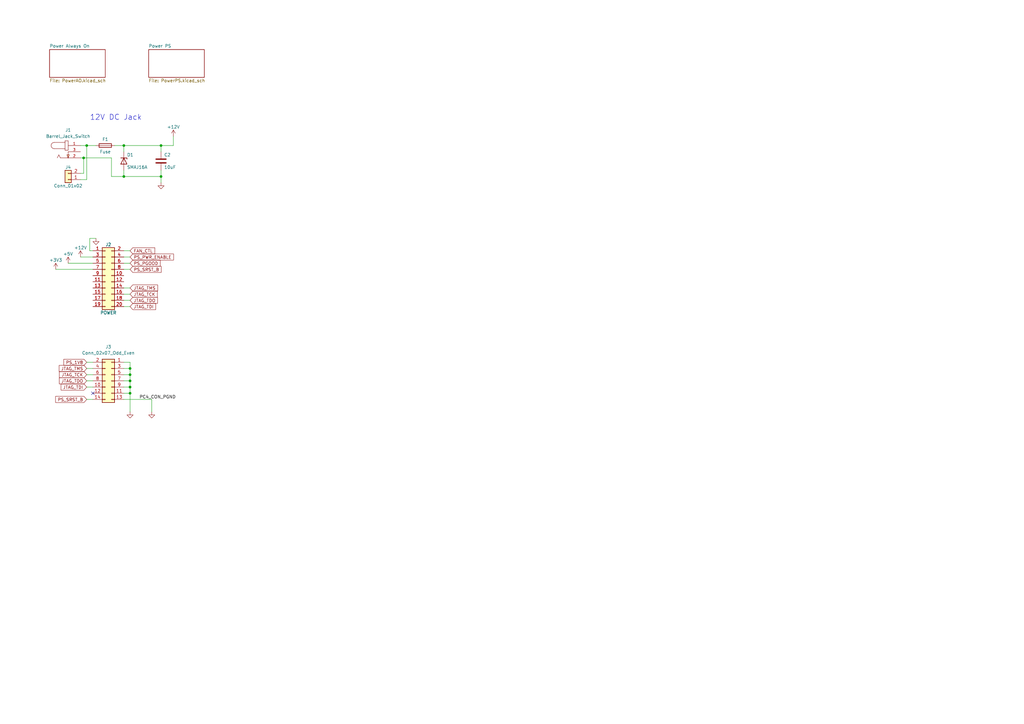
<source format=kicad_sch>
(kicad_sch (version 20211123) (generator eeschema)
  (paper "A3")
  (lib_symbols
    (symbol "Connector_Generic:Conn_01x02" (pin_names (offset 1.016) hide)
      (property "Reference" "J" (at 0 2.54 0))
      (property "Value" "Conn_01x02" (at 0 -5.08 0))
      (symbol "Conn_01x02_1_1"
        (rectangle (start -1.27 -2.413) (end 0 -2.667) (stroke (width 0.1524)))
        (rectangle (start -1.27 0.127) (end 0 -0.127) (stroke (width 0.1524)))
        (rectangle (start -1.27 1.27) (end 1.27 -3.81) (stroke (width 0.254)) (fill (type background)))
        (pin passive line (at -5.08 0 0) (length 3.81) (name "Pin_1") (number "1"))
        (pin passive line (at -5.08 -2.54 0) (length 3.81) (name "Pin_2") (number "2"))
      )
    )
    (symbol "Connector_Generic:Conn_02x07_Odd_Even" (pin_names (offset 1.016) hide)
      (property "Reference" "J" (at 1.27 10.16 0))
      (property "Value" "Conn_02x07_Odd_Even" (at 1.27 -10.16 0))
      (symbol "Conn_02x07_Odd_Even_1_1"
        (rectangle (start -1.27 -7.493) (end 0 -7.747) (stroke (width 0.1524)))
        (rectangle (start -1.27 -4.953) (end 0 -5.207) (stroke (width 0.1524)))
        (rectangle (start -1.27 -2.413) (end 0 -2.667) (stroke (width 0.1524)))
        (rectangle (start -1.27 0.127) (end 0 -0.127) (stroke (width 0.1524)))
        (rectangle (start -1.27 2.667) (end 0 2.413) (stroke (width 0.1524)))
        (rectangle (start -1.27 5.207) (end 0 4.953) (stroke (width 0.1524)))
        (rectangle (start -1.27 7.747) (end 0 7.493) (stroke (width 0.1524)))
        (rectangle (start -1.27 8.89) (end 3.81 -8.89) (stroke (width 0.254)) (fill (type background)))
        (rectangle (start 3.81 -7.493) (end 2.54 -7.747) (stroke (width 0.1524)))
        (rectangle (start 3.81 -4.953) (end 2.54 -5.207) (stroke (width 0.1524)))
        (rectangle (start 3.81 -2.413) (end 2.54 -2.667) (stroke (width 0.1524)))
        (rectangle (start 3.81 0.127) (end 2.54 -0.127) (stroke (width 0.1524)))
        (rectangle (start 3.81 2.667) (end 2.54 2.413) (stroke (width 0.1524)))
        (rectangle (start 3.81 5.207) (end 2.54 4.953) (stroke (width 0.1524)))
        (rectangle (start 3.81 7.747) (end 2.54 7.493) (stroke (width 0.1524)))
        (pin passive line (at -5.08 7.62 0) (length 3.81) (name "Pin_1") (number "1"))
        (pin passive line (at 7.62 -2.54 180) (length 3.81) (name "Pin_10") (number "10"))
        (pin passive line (at -5.08 -5.08 0) (length 3.81) (name "Pin_11") (number "11"))
        (pin passive line (at 7.62 -5.08 180) (length 3.81) (name "Pin_12") (number "12"))
        (pin passive line (at -5.08 -7.62 0) (length 3.81) (name "Pin_13") (number "13"))
        (pin passive line (at 7.62 -7.62 180) (length 3.81) (name "Pin_14") (number "14"))
        (pin passive line (at 7.62 7.62 180) (length 3.81) (name "Pin_2") (number "2"))
        (pin passive line (at -5.08 5.08 0) (length 3.81) (name "Pin_3") (number "3"))
        (pin passive line (at 7.62 5.08 180) (length 3.81) (name "Pin_4") (number "4"))
        (pin passive line (at -5.08 2.54 0) (length 3.81) (name "Pin_5") (number "5"))
        (pin passive line (at 7.62 2.54 180) (length 3.81) (name "Pin_6") (number "6"))
        (pin passive line (at -5.08 0 0) (length 3.81) (name "Pin_7") (number "7"))
        (pin passive line (at 7.62 0 180) (length 3.81) (name "Pin_8") (number "8"))
        (pin passive line (at -5.08 -2.54 0) (length 3.81) (name "Pin_9") (number "9"))
      )
    )
    (symbol "Connector_Generic:Conn_02x10_Odd_Even" (pin_names (offset 1.016) hide)
      (property "Reference" "J" (at 1.27 12.7 0))
      (property "Value" "Conn_02x10_Odd_Even" (at 1.27 -15.24 0))
      (symbol "Conn_02x10_Odd_Even_1_1"
        (rectangle (start -1.27 -12.573) (end 0 -12.827) (stroke (width 0.1524)))
        (rectangle (start -1.27 -10.033) (end 0 -10.287) (stroke (width 0.1524)))
        (rectangle (start -1.27 -7.493) (end 0 -7.747) (stroke (width 0.1524)))
        (rectangle (start -1.27 -4.953) (end 0 -5.207) (stroke (width 0.1524)))
        (rectangle (start -1.27 -2.413) (end 0 -2.667) (stroke (width 0.1524)))
        (rectangle (start -1.27 0.127) (end 0 -0.127) (stroke (width 0.1524)))
        (rectangle (start -1.27 2.667) (end 0 2.413) (stroke (width 0.1524)))
        (rectangle (start -1.27 5.207) (end 0 4.953) (stroke (width 0.1524)))
        (rectangle (start -1.27 7.747) (end 0 7.493) (stroke (width 0.1524)))
        (rectangle (start -1.27 10.287) (end 0 10.033) (stroke (width 0.1524)))
        (rectangle (start -1.27 11.43) (end 3.81 -13.97) (stroke (width 0.254)) (fill (type background)))
        (rectangle (start 3.81 -12.573) (end 2.54 -12.827) (stroke (width 0.1524)))
        (rectangle (start 3.81 -10.033) (end 2.54 -10.287) (stroke (width 0.1524)))
        (rectangle (start 3.81 -7.493) (end 2.54 -7.747) (stroke (width 0.1524)))
        (rectangle (start 3.81 -4.953) (end 2.54 -5.207) (stroke (width 0.1524)))
        (rectangle (start 3.81 -2.413) (end 2.54 -2.667) (stroke (width 0.1524)))
        (rectangle (start 3.81 0.127) (end 2.54 -0.127) (stroke (width 0.1524)))
        (rectangle (start 3.81 2.667) (end 2.54 2.413) (stroke (width 0.1524)))
        (rectangle (start 3.81 5.207) (end 2.54 4.953) (stroke (width 0.1524)))
        (rectangle (start 3.81 7.747) (end 2.54 7.493) (stroke (width 0.1524)))
        (rectangle (start 3.81 10.287) (end 2.54 10.033) (stroke (width 0.1524)))
        (pin passive line (at -5.08 10.16 0) (length 3.81) (name "Pin_1") (number "1"))
        (pin passive line (at 7.62 0 180) (length 3.81) (name "Pin_10") (number "10"))
        (pin passive line (at -5.08 -2.54 0) (length 3.81) (name "Pin_11") (number "11"))
        (pin passive line (at 7.62 -2.54 180) (length 3.81) (name "Pin_12") (number "12"))
        (pin passive line (at -5.08 -5.08 0) (length 3.81) (name "Pin_13") (number "13"))
        (pin passive line (at 7.62 -5.08 180) (length 3.81) (name "Pin_14") (number "14"))
        (pin passive line (at -5.08 -7.62 0) (length 3.81) (name "Pin_15") (number "15"))
        (pin passive line (at 7.62 -7.62 180) (length 3.81) (name "Pin_16") (number "16"))
        (pin passive line (at -5.08 -10.16 0) (length 3.81) (name "Pin_17") (number "17"))
        (pin passive line (at 7.62 -10.16 180) (length 3.81) (name "Pin_18") (number "18"))
        (pin passive line (at -5.08 -12.7 0) (length 3.81) (name "Pin_19") (number "19"))
        (pin passive line (at 7.62 10.16 180) (length 3.81) (name "Pin_2") (number "2"))
        (pin passive line (at 7.62 -12.7 180) (length 3.81) (name "Pin_20") (number "20"))
        (pin passive line (at -5.08 7.62 0) (length 3.81) (name "Pin_3") (number "3"))
        (pin passive line (at 7.62 7.62 180) (length 3.81) (name "Pin_4") (number "4"))
        (pin passive line (at -5.08 5.08 0) (length 3.81) (name "Pin_5") (number "5"))
        (pin passive line (at 7.62 5.08 180) (length 3.81) (name "Pin_6") (number "6"))
        (pin passive line (at -5.08 2.54 0) (length 3.81) (name "Pin_7") (number "7"))
        (pin passive line (at 7.62 2.54 180) (length 3.81) (name "Pin_8") (number "8"))
        (pin passive line (at -5.08 0 0) (length 3.81) (name "Pin_9") (number "9"))
      )
    )
    (symbol "Device:C" (pin_numbers hide) (pin_names (offset 0.254))
      (property "Reference" "C" (at 0.635 2.54 0))
      (property "Value" "C" (at 0.635 -2.54 0))
      (symbol "C_0_1"
        (polyline (pts (xy -2.032 -0.762) (xy 2.032 -0.762)) (stroke (width 0.508)))
        (polyline (pts (xy -2.032 0.762) (xy 2.032 0.762)) (stroke (width 0.508)))
      )
      (symbol "C_1_1"
        (pin passive line (at 0 3.81 270) (length 2.794) (name "~") (number "1"))
        (pin passive line (at 0 -3.81 90) (length 2.794) (name "~") (number "2"))
      )
    )
    (symbol "Device:D_Zener" (pin_numbers hide) (pin_names (offset 1.016) hide)
      (property "Reference" "D" (at 0 2.54 0))
      (property "Value" "D_Zener" (at 0 -2.54 0))
      (symbol "D_Zener_0_1"
        (polyline (pts (xy 1.27 0) (xy -1.27 0)))
        (polyline (pts (xy -1.27 -1.27) (xy -1.27 1.27) (xy -0.762 1.27)) (stroke (width 0.254)))
        (polyline (pts (xy 1.27 -1.27) (xy 1.27 1.27) (xy -1.27 0) (xy 1.27 -1.27)) (stroke (width 0.254)))
      )
      (symbol "D_Zener_1_1"
        (pin passive line (at -3.81 0 0) (length 2.54) (name "K") (number "1"))
        (pin passive line (at 3.81 0 180) (length 2.54) (name "A") (number "2"))
      )
    )
    (symbol "Device:Fuse" (pin_numbers hide) (pin_names (offset 0))
      (property "Reference" "F" (at 2.032 0 90))
      (property "Value" "Fuse" (at -1.905 0 90))
      (symbol "Fuse_0_1"
        (rectangle (start -0.762 -2.54) (end 0.762 2.54) (stroke (width 0.254)))
        (polyline (pts (xy 0 2.54) (xy 0 -2.54)))
      )
      (symbol "Fuse_1_1"
        (pin passive line (at 0 3.81 270) (length 1.27) (name "~") (number "1"))
        (pin passive line (at 0 -3.81 90) (length 1.27) (name "~") (number "2"))
      )
    )
    (symbol "PJ-202BH:PJ-202BH" (pin_names (offset 1.016) hide)
      (property "Reference" "J" (at -7.62 5.08 0))
      (property "Value" "PJ-202BH" (at -7.6454 -5.08 0))
      (symbol "PJ-202BH_0_0"
        (arc (start -5.715 3.81) (mid -6.985 2.54) (end -5.715 1.27) (stroke (width 0.1524)))
        (polyline (pts (xy -5.715 3.81) (xy -1.27 3.81)) (stroke (width 0.1524)))
        (polyline (pts (xy -3.81 -1.27) (xy -4.445 -2.54)) (stroke (width 0.1524)))
        (polyline (pts (xy -3.175 -2.54) (xy -3.81 -1.27)) (stroke (width 0.1524)))
        (polyline (pts (xy -1.27 0.635) (xy 0 0.635)) (stroke (width 0.1524)))
        (polyline (pts (xy -1.27 1.27) (xy -5.715 1.27)) (stroke (width 0.1524)))
        (polyline (pts (xy -1.27 1.27) (xy -1.27 0.635)) (stroke (width 0.1524)))
        (polyline (pts (xy -1.27 3.81) (xy -1.27 1.27)) (stroke (width 0.1524)))
        (polyline (pts (xy -1.27 4.445) (xy -1.27 3.81)) (stroke (width 0.1524)))
        (polyline (pts (xy 0 -2.54) (xy -3.175 -2.54)) (stroke (width 0.1524)))
        (polyline (pts (xy 0 0) (xy 0 -2.54)) (stroke (width 0.1524)))
        (polyline (pts (xy 0 0.635) (xy 0 4.445)) (stroke (width 0.1524)))
        (polyline (pts (xy 0 4.445) (xy -1.27 4.445)) (stroke (width 0.1524)))
        (polyline (pts (xy 0 -2.54) (xy -0.508 -1.27) (xy 0.508 -1.27) (xy 0 -2.54)) (stroke (width 0.1524)) (fill (type background)))
        (pin passive line (at 5.08 2.54 180) (length 5.08) (name "~") (number "1"))
        (pin passive line (at 5.08 -2.54 180) (length 5.08) (name "~") (number "2"))
        (pin passive line (at 5.08 0 180) (length 5.08) (name "~") (number "3"))
      )
    )
    (symbol "power:+12V" (power) (pin_names (offset 0))
      (property "Value" "+12V" (at 0 3.556 0))
      (symbol "+12V_0_1"
        (polyline (pts (xy -0.762 1.27) (xy 0 2.54)))
        (polyline (pts (xy 0 0) (xy 0 2.54)))
        (polyline (pts (xy 0 2.54) (xy 0.762 1.27)))
      )
      (symbol "+12V_1_1"
        (pin power_in line (at 0 0 90) (length 0) hide (name "+12V") (number "1"))
      )
    )
    (symbol "power:+3V3" (power) (pin_names (offset 0))
      (property "Value" "+3V3" (at 0 3.556 0))
      (symbol "+3V3_0_1"
        (polyline (pts (xy -0.762 1.27) (xy 0 2.54)))
        (polyline (pts (xy 0 0) (xy 0 2.54)))
        (polyline (pts (xy 0 2.54) (xy 0.762 1.27)))
      )
      (symbol "+3V3_1_1"
        (pin power_in line (at 0 0 90) (length 0) hide (name "+3V3") (number "1"))
      )
    )
    (symbol "power:+5V" (power) (pin_names (offset 0))
      (property "Value" "+5V" (at 0 3.556 0))
      (symbol "+5V_0_1"
        (polyline (pts (xy -0.762 1.27) (xy 0 2.54)))
        (polyline (pts (xy 0 0) (xy 0 2.54)))
        (polyline (pts (xy 0 2.54) (xy 0.762 1.27)))
      )
      (symbol "+5V_1_1"
        (pin power_in line (at 0 0 90) (length 0) hide (name "+5V") (number "1"))
      )
    )
    (symbol "power:GND" (power) (pin_names (offset 0))
      (property "Value" "GND" (at 0 -3.81 0))
      (symbol "GND_0_1"
        (polyline (pts (xy 0 0) (xy 0 -1.27) (xy 1.27 -1.27) (xy 0 -2.54) (xy -1.27 -1.27) (xy 0 -1.27)))
      )
      (symbol "GND_1_1"
        (pin power_in line (at 0 0 270) (length 0) hide (name "GND") (number "1"))
      )
    )
  )
  (junction (at 53.34 156.21))
  (junction (at 35.56 59.69))
  (junction (at 53.34 158.75))
  (junction (at 66.04 59.69))
  (junction (at 53.34 151.13))
  (junction (at 53.34 161.29))
  (junction (at 66.04 72.39))
  (junction (at 53.34 153.67))
  (junction (at 50.8 72.39))
  (junction (at 34.29 64.77))
  (junction (at 50.8 59.69))
  (no_connect (at 38.1 161.29))
  (wire (pts (xy 22.86 110.49) (xy 38.1 110.49)))
  (wire (pts (xy 35.56 59.69) (xy 39.37 59.69)))
  (wire (pts (xy 35.56 151.13) (xy 38.1 151.13)))
  (wire (pts (xy 50.8 59.69) (xy 50.8 62.23)))
  (wire (pts (xy 50.8 156.21) (xy 53.34 156.21)))
  (wire (pts (xy 66.04 59.69) (xy 71.12 59.69)))
  (wire (pts (xy 71.12 59.69) (xy 71.12 55.88)))
  (wire (pts (xy 53.34 125.73) (xy 50.8 125.73)))
  (wire (pts (xy 46.99 59.69) (xy 50.8 59.69)))
  (wire (pts (xy 50.8 161.29) (xy 53.34 161.29)))
  (wire (pts (xy 35.56 158.75) (xy 38.1 158.75)))
  (wire (pts (xy 66.04 69.85) (xy 66.04 72.39)))
  (wire (pts (xy 50.8 163.83) (xy 62.23 163.83)))
  (wire (pts (xy 53.34 102.87) (xy 50.8 102.87)))
  (wire (pts (xy 45.72 64.77) (xy 45.72 72.39)))
  (wire (pts (xy 45.72 72.39) (xy 50.8 72.39)))
  (wire (pts (xy 50.8 148.59) (xy 53.34 148.59)))
  (wire (pts (xy 34.29 71.12) (xy 34.29 64.77)))
  (wire (pts (xy 66.04 59.69) (xy 66.04 62.23)))
  (wire (pts (xy 53.34 153.67) (xy 53.34 156.21)))
  (wire (pts (xy 35.56 73.66) (xy 35.56 59.69)))
  (wire (pts (xy 33.02 64.77) (xy 34.29 64.77)))
  (wire (pts (xy 53.34 156.21) (xy 53.34 158.75)))
  (wire (pts (xy 33.02 105.41) (xy 38.1 105.41)))
  (wire (pts (xy 53.34 105.41) (xy 50.8 105.41)))
  (wire (pts (xy 36.83 102.87) (xy 36.83 97.79)))
  (wire (pts (xy 62.23 163.83) (xy 62.23 168.91)))
  (wire (pts (xy 50.8 110.49) (xy 53.34 110.49)))
  (wire (pts (xy 27.94 107.95) (xy 38.1 107.95)))
  (wire (pts (xy 35.56 148.59) (xy 38.1 148.59)))
  (wire (pts (xy 35.56 163.83) (xy 38.1 163.83)))
  (wire (pts (xy 33.02 71.12) (xy 34.29 71.12)))
  (wire (pts (xy 50.8 153.67) (xy 53.34 153.67)))
  (wire (pts (xy 35.56 156.21) (xy 38.1 156.21)))
  (wire (pts (xy 53.34 123.19) (xy 50.8 123.19)))
  (wire (pts (xy 36.83 97.79) (xy 39.37 97.79)))
  (wire (pts (xy 50.8 107.95) (xy 53.34 107.95)))
  (wire (pts (xy 53.34 120.65) (xy 50.8 120.65)))
  (wire (pts (xy 53.34 148.59) (xy 53.34 151.13)))
  (wire (pts (xy 66.04 72.39) (xy 66.04 74.93)))
  (wire (pts (xy 50.8 59.69) (xy 66.04 59.69)))
  (wire (pts (xy 50.8 158.75) (xy 53.34 158.75)))
  (wire (pts (xy 53.34 161.29) (xy 53.34 168.91)))
  (wire (pts (xy 53.34 151.13) (xy 53.34 153.67)))
  (wire (pts (xy 34.29 64.77) (xy 45.72 64.77)))
  (wire (pts (xy 50.8 72.39) (xy 66.04 72.39)))
  (wire (pts (xy 33.02 73.66) (xy 35.56 73.66)))
  (wire (pts (xy 53.34 118.11) (xy 50.8 118.11)))
  (wire (pts (xy 35.56 153.67) (xy 38.1 153.67)))
  (wire (pts (xy 50.8 151.13) (xy 53.34 151.13)))
  (wire (pts (xy 53.34 158.75) (xy 53.34 161.29)))
  (wire (pts (xy 38.1 102.87) (xy 36.83 102.87)))
  (wire (pts (xy 50.8 72.39) (xy 50.8 69.85)))
  (wire (pts (xy 33.02 59.69) (xy 35.56 59.69)))
  (text "12V DC Jack" (at 36.83 49.53 0) (effects (font (size 2.2 2.2)) (justify left bottom)))
  (label "PC4_CON_PGND" (at 57.15 163.83 0))
  (global_label "JTAG_TCK" (shape input) (at 35.56 153.67 180) (property "Intersheet References" "${INTERSHEET_REFS}" (effects hide)))
  (global_label "JTAG_TMS" (shape input) (at 53.34 118.11 0) (property "Intersheet References" "${INTERSHEET_REFS}" (effects hide)))
  (global_label "JTAG_TMS" (shape input) (at 35.56 151.13 180) (property "Intersheet References" "${INTERSHEET_REFS}" (effects hide)))
  (global_label "JTAG_TDI" (shape input) (at 53.34 125.73 0) (property "Intersheet References" "${INTERSHEET_REFS}" (effects hide)))
  (global_label "JTAG_TDO" (shape input) (at 35.56 156.21 180) (property "Intersheet References" "${INTERSHEET_REFS}" (effects hide)))
  (global_label "PS_SRST_B" (shape input) (at 35.56 163.83 180) (property "Intersheet References" "${INTERSHEET_REFS}" (effects hide)))
  (global_label "JTAG_TDO" (shape input) (at 53.34 123.19 0) (property "Intersheet References" "${INTERSHEET_REFS}" (effects hide)))
  (global_label "PS_PWR_ENABLE" (shape input) (at 53.34 105.41 0) (property "Intersheet References" "${INTERSHEET_REFS}" (effects hide)))
  (global_label "JTAG_TCK" (shape input) (at 53.34 120.65 0) (property "Intersheet References" "${INTERSHEET_REFS}" (effects hide)))
  (global_label "JTAG_TDI" (shape input) (at 35.56 158.75 180) (property "Intersheet References" "${INTERSHEET_REFS}" (effects hide)))
  (global_label "FAN_CTL" (shape input) (at 53.34 102.87 0) (property "Intersheet References" "${INTERSHEET_REFS}" (effects hide)))
  (global_label "PS_1V8" (shape input) (at 35.56 148.59 180) (property "Intersheet References" "${INTERSHEET_REFS}" (effects hide)))
  (global_label "PS_SRST_B" (shape input) (at 53.34 110.49 0) (property "Intersheet References" "${INTERSHEET_REFS}" (effects hide)))
  (global_label "PS_PGOOD" (shape input) (at 53.34 107.95 0) (property "Intersheet References" "${INTERSHEET_REFS}" (effects hide)))
  (symbol (lib_id "Device:Fuse") (at 43.18 59.69 90) (unit 1)
    (property "Reference" "F1" (at 43.18 57.15 90))
    (property "Value" "Fuse" (at 43.18 62.23 90))
    (property "Footprint" "Beefy:FUSE_C206912" (effects hide))
    (property "LCSC Part" "C206912" (effects hide))
  )
  (symbol (lib_id "PJ-202BH:PJ-202BH") (at 27.94 62.23 0) (unit 1)
    (property "Reference" "J1" (at 27.94 53.34 0))
    (property "Value" "Barrel_Jack_Switch" (at 27.94 55.88 0))
    (property "Footprint" "Parts:CUI_PJ-202BH" (effects hide))
    (property "STANDARD" "Manufacturer recommendations" (effects hide))
    (property "PART_REV" "1.02" (effects hide))
    (property "MANUFACTURER" "CUI INC" (effects hide))
    (property "JLCPCB BOM" "0" (effects hide))
  )
  (symbol (lib_id "Device:C") (at 66.04 66.04 0) (unit 1)
    (property "Reference" "C2" (at 67.31 63.5 0) (effects (justify left)))
    (property "Value" "10uF" (at 67.31 68.58 0) (effects (justify left)))
    (property "Footprint" "Capacitor_SMD:C_0805_2012Metric" (effects hide))
  )
  (symbol (lib_id "power:+12V") (at 33.02 105.41 0) (unit 1)
    (property "Reference" "#PWR03" (effects hide))
    (property "Value" "+12V" (at 33.02 101.6 0))
  )
  (symbol (lib_id "power:+3V3") (at 22.86 110.49 0) (unit 1)
    (property "Reference" "#PWR01" (effects hide))
    (property "Value" "+3V3" (at 22.86 106.68 0))
  )
  (symbol (lib_id "power:GND") (at 53.34 168.91 0) (unit 1)
    (property "Reference" "#PWR04" (effects hide))
    (property "Value" "GND" (effects hide))
  )
  (symbol (lib_id "power:GND") (at 62.23 168.91 0) (unit 1)
    (property "Reference" "#PWR040" (effects hide))
    (property "Value" "GND" (effects hide))
  )
  (symbol (lib_id "Connector_Generic:Conn_02x07_Odd_Even") (at 45.72 156.21 0) (mirror y) (unit 1)
    (property "Reference" "J3" (at 44.45 142.24 0))
    (property "Value" "Conn_02x07_Odd_Even" (at 44.45 144.78 0))
    (property "Footprint" "Connector_PinHeader_2.00mm:PinHeader_2x07_P2.00mm_Vertical" (effects hide))
  )
  (symbol (lib_id "power:GND") (at 39.37 97.79 0) (unit 1)
    (property "Reference" "#PWR05" (effects hide))
    (property "Value" "GND" (effects hide))
  )
  (symbol (lib_id "Connector_Generic:Conn_02x10_Odd_Even") (at 43.18 113.03 0) (unit 1)
    (property "Reference" "J2" (at 44.45 100.33 0))
    (property "Value" "POWER" (at 44.45 128.27 0))
    (property "Footprint" "Connector_IDC:IDC-Header_2x10_P2.54mm_Vertical" (effects hide))
  )
  (symbol (lib_id "power:+5V") (at 27.94 107.95 0) (unit 1)
    (property "Reference" "#PWR02" (effects hide))
    (property "Value" "+5V" (at 27.94 104.14 0))
  )
  (symbol (lib_id "power:GND") (at 66.04 74.93 0) (unit 1)
    (property "Reference" "#PWR06" (effects hide))
    (property "Value" "GND" (effects hide))
  )
  (symbol (lib_id "power:+12V") (at 71.12 55.88 0) (unit 1)
    (property "Reference" "#PWR07" (effects hide))
    (property "Value" "+12V" (at 71.12 52.07 0))
  )
  (symbol (lib_id "Connector_Generic:Conn_01x02") (at 27.94 73.66 180) (unit 1)
    (property "Reference" "J4" (at 27.94 68.58 0))
    (property "Value" "Conn_01x02" (at 27.94 76.2 0))
    (property "Footprint" "Parts:MOLEX_430450212" (effects hide))
  )
  (symbol (lib_id "Device:D_Zener") (at 50.8 66.04 270) (unit 1)
    (property "Reference" "D1" (at 52.07 63.5 90) (effects (justify left)))
    (property "Value" "SMAJ16A" (at 52.07 68.58 90) (effects (justify left)))
    (property "Footprint" "Diode_SMD:D_SMA" (effects hide))
    (property "LCSC Part" "C908770" (effects hide))
  )
  (sheet (at 60.96 20.32) (size 22.86 11.43) (stroke (width 0.1524))
    (property "Sheet name" "Power PS" (at 60.96 19.6084 0) (effects (justify left bottom)))
    (property "Sheet file" "PowerPS.kicad_sch" (at 60.96 32.3346 0) (effects (justify left top)))
  )
  (sheet (at 20.32 20.32) (size 22.86 11.43) (stroke (width 0.1524))
    (property "Sheet name" "Power Always On" (at 20.32 19.6084 0) (effects (justify left bottom)))
    (property "Sheet file" "PowerAO.kicad_sch" (at 20.32 32.3346 0) (effects (justify left top)))
  )
)
</source>
